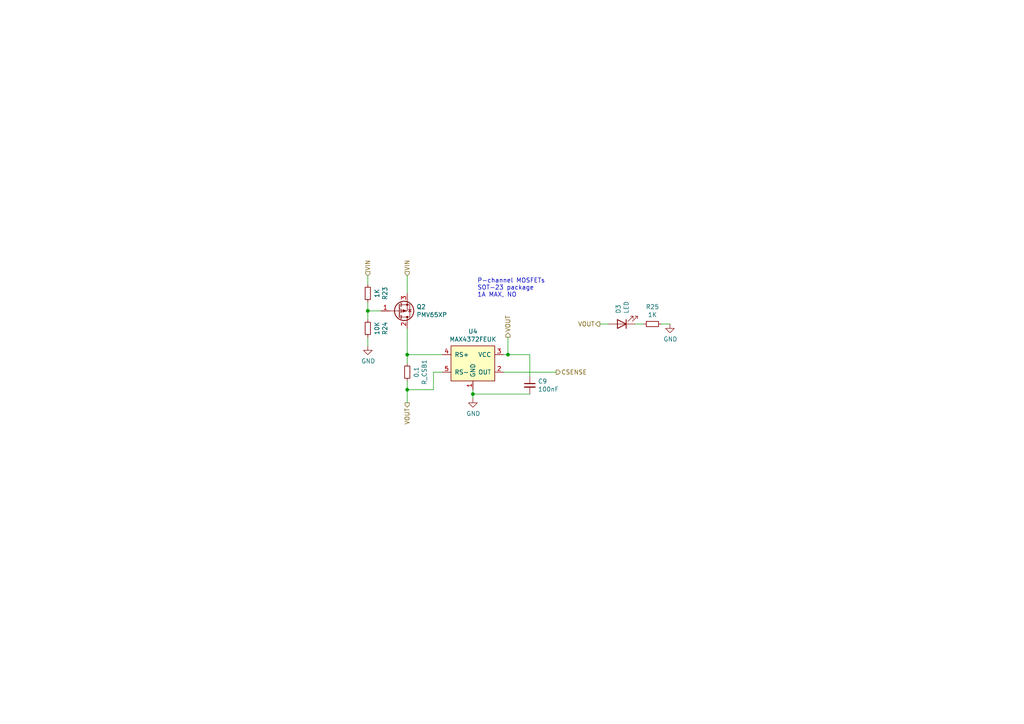
<source format=kicad_sch>
(kicad_sch (version 20211123) (generator eeschema)
  (paper "A4")
  (title_block (title "YktSat Payload Module") (date "2021-11-23") (rev "D0") (company "Sakha Aerospace Systems, LLC"))
  (lib_symbols
    (symbol "Device:C_Small" (pin_numbers hide) (pin_names (offset 0.254) hide)
      (property "Reference" "C" (at 0.254 1.778 0))
      (property "Value" "C_Small" (at 0.254 -2.032 0))
      (symbol "C_Small_0_1"
        (polyline (pts (xy -1.524 -0.508) (xy 1.524 -0.508)) (stroke (width 0.3302)))
        (polyline (pts (xy -1.524 0.508) (xy 1.524 0.508)) (stroke (width 0.3048)))
      )
      (symbol "C_Small_1_1"
        (pin passive line (at 0 2.54 270) (length 2.032) (name "~") (number "1"))
        (pin passive line (at 0 -2.54 90) (length 2.032) (name "~") (number "2"))
      )
    )
    (symbol "Device:LED" (pin_numbers hide) (pin_names (offset 1.016) hide)
      (property "Reference" "D" (at 0 2.54 0))
      (property "Value" "LED" (at 0 -2.54 0))
      (symbol "LED_0_1"
        (polyline (pts (xy -1.27 -1.27) (xy -1.27 1.27)) (stroke (width 0.254)))
        (polyline (pts (xy -1.27 0) (xy 1.27 0)))
        (polyline (pts (xy 1.27 -1.27) (xy 1.27 1.27) (xy -1.27 0) (xy 1.27 -1.27)) (stroke (width 0.254)))
        (polyline (pts (xy -3.048 -0.762) (xy -4.572 -2.286) (xy -3.81 -2.286) (xy -4.572 -2.286) (xy -4.572 -1.524)))
        (polyline (pts (xy -1.778 -0.762) (xy -3.302 -2.286) (xy -2.54 -2.286) (xy -3.302 -2.286) (xy -3.302 -1.524)))
      )
      (symbol "LED_1_1"
        (pin passive line (at -3.81 0 0) (length 2.54) (name "K") (number "1"))
        (pin passive line (at 3.81 0 180) (length 2.54) (name "A") (number "2"))
      )
    )
    (symbol "Device:Q_PMOS_GDS" (pin_names (offset 0) hide)
      (property "Reference" "Q" (at 5.08 1.27 0))
      (property "Value" "Q_PMOS_GDS" (at 5.08 -1.27 0))
      (symbol "Q_PMOS_GDS_0_1"
        (polyline (pts (xy 0.254 0) (xy -2.54 0)))
        (polyline (pts (xy 0.254 1.905) (xy 0.254 -1.905)) (stroke (width 0.254)))
        (polyline (pts (xy 0.762 -1.27) (xy 0.762 -2.286)) (stroke (width 0.254)))
        (polyline (pts (xy 0.762 0.508) (xy 0.762 -0.508)) (stroke (width 0.254)))
        (polyline (pts (xy 0.762 2.286) (xy 0.762 1.27)) (stroke (width 0.254)))
        (polyline (pts (xy 2.54 2.54) (xy 2.54 1.778)))
        (polyline (pts (xy 2.54 -2.54) (xy 2.54 0) (xy 0.762 0)))
        (polyline (pts (xy 0.762 1.778) (xy 3.302 1.778) (xy 3.302 -1.778) (xy 0.762 -1.778)))
        (polyline (pts (xy 2.286 0) (xy 1.27 0.381) (xy 1.27 -0.381) (xy 2.286 0)) (fill (type outline)))
        (polyline (pts (xy 2.794 -0.508) (xy 2.921 -0.381) (xy 3.683 -0.381) (xy 3.81 -0.254)))
        (polyline (pts (xy 3.302 -0.381) (xy 2.921 0.254) (xy 3.683 0.254) (xy 3.302 -0.381)))
        (circle (center 1.651 0) (radius 2.794) (stroke (width 0.254)))
        (circle (center 2.54 -1.778) (radius 0.254) (fill (type outline)))
        (circle (center 2.54 1.778) (radius 0.254) (fill (type outline)))
      )
      (symbol "Q_PMOS_GDS_1_1"
        (pin input line (at -5.08 0 0) (length 2.54) (name "G") (number "1"))
        (pin passive line (at 2.54 5.08 270) (length 2.54) (name "D") (number "2"))
        (pin passive line (at 2.54 -5.08 90) (length 2.54) (name "S") (number "3"))
      )
    )
    (symbol "Device:R_Small" (pin_numbers hide) (pin_names (offset 0.254) hide)
      (property "Reference" "R" (at 0.762 0.508 0))
      (property "Value" "R_Small" (at 0.762 -1.016 0))
      (symbol "R_Small_0_1"
        (rectangle (start -0.762 1.778) (end 0.762 -1.778) (stroke (width 0.2032)))
      )
      (symbol "R_Small_1_1"
        (pin passive line (at 0 2.54 270) (length 0.762) (name "~") (number "1"))
        (pin passive line (at 0 -2.54 90) (length 0.762) (name "~") (number "2"))
      )
    )
    (symbol "power:GND" (power) (pin_names (offset 0))
      (property "Value" "GND" (at 0 -3.81 0))
      (symbol "GND_0_1"
        (polyline (pts (xy 0 0) (xy 0 -1.27) (xy 1.27 -1.27) (xy 0 -2.54) (xy -1.27 -1.27) (xy 0 -1.27)))
      )
      (symbol "GND_1_1"
        (pin power_in line (at 0 0 270) (length 0) hide (name "GND") (number "1"))
      )
    )
    (symbol "yktsat-common:MAX4372FEUK" (pin_names (offset 1.016))
      (property "Reference" "U" (at 0 7.62 0))
      (property "Value" "MAX4372FEUK" (at 0 5.08 0))
      (symbol "MAX4372FEUK_0_1"
        (rectangle (start -6.35 3.81) (end 6.35 -6.35) (stroke (width 0.2032)) (fill (type background)))
      )
      (symbol "MAX4372FEUK_1_1"
        (pin power_in line (at 0 -8.89 90) (length 2.54) (name "GND") (number "1"))
        (pin output line (at 8.89 -3.81 180) (length 2.54) (name "OUT") (number "2"))
        (pin power_in line (at 8.89 1.27 180) (length 2.54) (name "VCC") (number "3"))
        (pin input line (at -8.89 1.27 0) (length 2.54) (name "RS+") (number "4"))
        (pin output line (at -8.89 -3.81 0) (length 2.54) (name "RS-") (number "5"))
      )
    )
  )
  (junction (at 137.16 114.3))
  (junction (at 147.32 102.87))
  (junction (at 118.11 102.87))
  (junction (at 106.68 90.17))
  (junction (at 118.11 113.03))
  (wire (pts (xy 147.32 97.79) (xy 147.32 102.87)))
  (wire (pts (xy 118.11 113.03) (xy 118.11 116.84)))
  (wire (pts (xy 147.32 102.87) (xy 153.67 102.87)))
  (wire (pts (xy 110.49 90.17) (xy 106.68 90.17)))
  (wire (pts (xy 106.68 80.01) (xy 106.68 82.55)))
  (wire (pts (xy 147.32 102.87) (xy 146.05 102.87)))
  (wire (pts (xy 137.16 114.3) (xy 153.67 114.3)))
  (wire (pts (xy 194.31 93.98) (xy 191.77 93.98)))
  (wire (pts (xy 106.68 100.33) (xy 106.68 97.79)))
  (wire (pts (xy 137.16 114.3) (xy 137.16 115.57)))
  (wire (pts (xy 118.11 113.03) (xy 118.11 110.49)))
  (wire (pts (xy 118.11 102.87) (xy 118.11 105.41)))
  (wire (pts (xy 118.11 80.01) (xy 118.11 85.09)))
  (wire (pts (xy 106.68 90.17) (xy 106.68 92.71)))
  (wire (pts (xy 106.68 87.63) (xy 106.68 90.17)))
  (wire (pts (xy 153.67 109.22) (xy 153.67 102.87)))
  (wire (pts (xy 186.69 93.98) (xy 184.15 93.98)))
  (wire (pts (xy 118.11 113.03) (xy 125.73 113.03)))
  (wire (pts (xy 125.73 107.95) (xy 128.27 107.95)))
  (wire (pts (xy 118.11 95.25) (xy 118.11 102.87)))
  (wire (pts (xy 173.99 93.98) (xy 176.53 93.98)))
  (wire (pts (xy 137.16 113.03) (xy 137.16 114.3)))
  (wire (pts (xy 118.11 102.87) (xy 128.27 102.87)))
  (wire (pts (xy 125.73 113.03) (xy 125.73 107.95)))
  (wire (pts (xy 146.05 107.95) (xy 161.29 107.95)))
  (text "P-channel MOSFETs\nSOT-23 package\n1A MAX, NO" (at 138.43 86.36 0) (effects (font (size 1.27 1.27)) (justify left bottom)))
  (hierarchical_label "CSENSE" (shape output) (at 161.29 107.95 0))
  (hierarchical_label "VOUT" (shape output) (at 118.11 116.84 270))
  (hierarchical_label "VIN" (shape input) (at 106.68 80.01 90))
  (hierarchical_label "VIN" (shape input) (at 118.11 80.01 90))
  (hierarchical_label "VOUT" (shape output) (at 173.99 93.98 180))
  (hierarchical_label "VOUT" (shape output) (at 147.32 97.79 90))
  (symbol (lib_id "yktsat-common:MAX4372FEUK") (at 137.16 104.14 0)
    (property "Reference" "U4" (at 137.16 96.1136 0))
    (property "Value" "MAX4372FEUK" (at 137.16 98.425 0))
    (property "Footprint" "Package_TO_SOT_SMD:SOT-23-5" (effects hide))
    (property "Datasheet" "https://static.chipdip.ru/lib/824/DOC004824202.pdf" (effects hide))
  )
  (symbol (lib_id "power:GND") (at 137.16 115.57 0)
    (property "Reference" "#PWR0103" (effects hide))
    (property "Value" "GND" (at 137.287 119.9642 0))
  )
  (symbol (lib_id "Device:C_Small") (at 153.67 111.76 0)
    (property "Reference" "C9" (at 156.0068 110.5916 0) (effects (justify left)))
    (property "Value" "100nF" (at 156.0068 112.903 0) (effects (justify left)))
    (property "Footprint" "Capacitor_SMD:C_0402_1005Metric" (effects hide))
  )
  (symbol (lib_id "Device:R_Small") (at 118.11 107.95 180)
    (property "Reference" "R_CSB1" (at 123.0884 107.95 90))
    (property "Value" "0.1" (at 120.777 107.95 90))
    (property "Footprint" "Resistor_SMD:R_1210_3225Metric" (effects hide))
  )
  (symbol (lib_id "Device:R_Small") (at 106.68 85.09 180)
    (property "Reference" "R23" (at 111.6584 85.09 90))
    (property "Value" "1K" (at 109.347 85.09 90))
    (property "Footprint" "Resistor_SMD:R_0402_1005Metric" (effects hide))
  )
  (symbol (lib_id "Device:R_Small") (at 106.68 95.25 0) (mirror x)
    (property "Reference" "R24" (at 111.6584 95.25 90))
    (property "Value" "10K" (at 109.347 95.25 90))
    (property "Footprint" "Resistor_SMD:R_0402_1005Metric" (effects hide))
  )
  (symbol (lib_id "Device:Q_PMOS_GDS") (at 115.57 90.17 0) (mirror x)
    (property "Reference" "Q2" (at 120.777 89.0016 0) (effects (justify left)))
    (property "Value" "PMV65XP" (at 120.777 91.313 0) (effects (justify left)))
    (property "Footprint" "Package_TO_SOT_SMD:SOT-23" (effects hide))
  )
  (symbol (lib_id "power:GND") (at 106.68 100.33 0)
    (property "Reference" "#PWR0102" (effects hide))
    (property "Value" "GND" (at 106.807 104.7242 0))
  )
  (symbol (lib_id "Device:LED") (at 180.34 93.98 180)
    (property "Reference" "D3" (at 179.3494 90.9828 90) (effects (justify right)))
    (property "Value" "LED" (at 181.6608 90.9828 90) (effects (justify right)))
    (property "Footprint" "LED_SMD:LED_0402_1005Metric" (effects hide))
  )
  (symbol (lib_id "Device:R_Small") (at 189.23 93.98 90) (mirror x)
    (property "Reference" "R25" (at 189.23 89.0016 90))
    (property "Value" "1K" (at 189.23 91.313 90))
    (property "Footprint" "Resistor_SMD:R_0402_1005Metric" (effects hide))
  )
  (symbol (lib_id "power:GND") (at 194.31 93.98 0)
    (property "Reference" "#PWR0104" (effects hide))
    (property "Value" "GND" (at 194.437 98.3742 0))
  )
)
</source>
